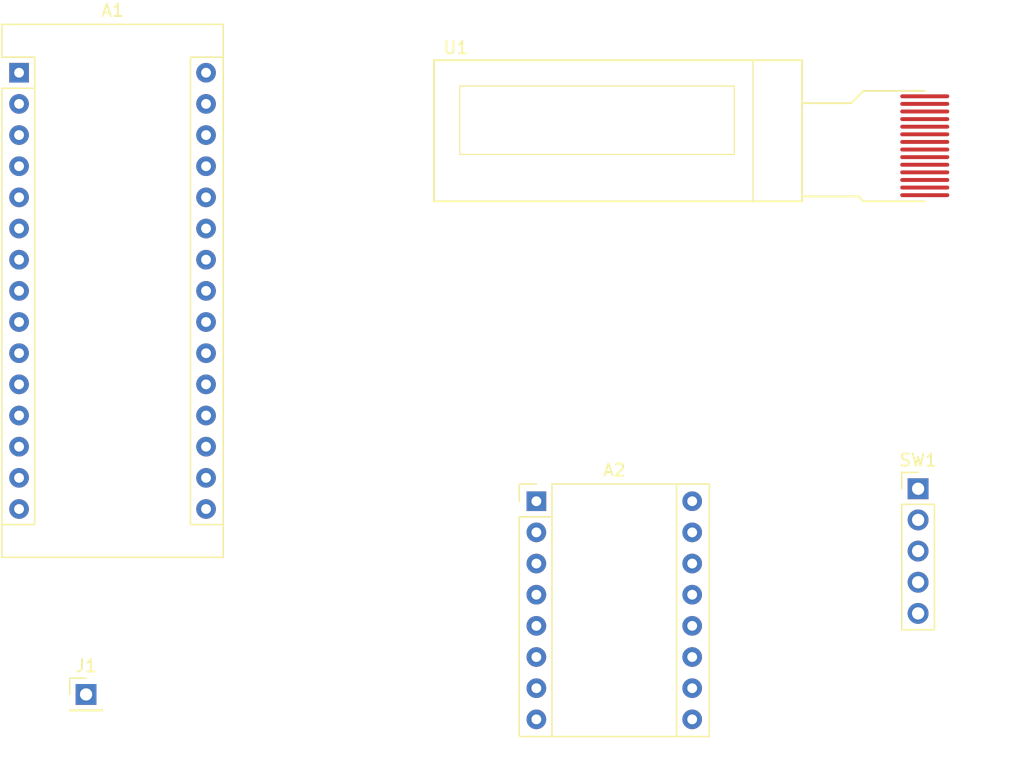
<source format=kicad_pcb>
(kicad_pcb (version 20171130) (host pcbnew 5.0.0-fee4fd1~66~ubuntu18.04.1)

  (general
    (thickness 1.6)
    (drawings 0)
    (tracks 0)
    (zones 0)
    (modules 5)
    (nets 62)
  )

  (page A4)
  (layers
    (0 F.Cu signal)
    (31 B.Cu signal)
    (32 B.Adhes user)
    (33 F.Adhes user)
    (34 B.Paste user)
    (35 F.Paste user)
    (36 B.SilkS user)
    (37 F.SilkS user)
    (38 B.Mask user)
    (39 F.Mask user)
    (40 Dwgs.User user)
    (41 Cmts.User user)
    (42 Eco1.User user)
    (43 Eco2.User user)
    (44 Edge.Cuts user)
    (45 Margin user)
    (46 B.CrtYd user)
    (47 F.CrtYd user)
    (48 B.Fab user)
    (49 F.Fab user)
  )

  (setup
    (last_trace_width 0.25)
    (trace_clearance 0.2)
    (zone_clearance 0.508)
    (zone_45_only no)
    (trace_min 0.2)
    (segment_width 0.2)
    (edge_width 0.15)
    (via_size 0.8)
    (via_drill 0.4)
    (via_min_size 0.4)
    (via_min_drill 0.3)
    (uvia_size 0.3)
    (uvia_drill 0.1)
    (uvias_allowed no)
    (uvia_min_size 0.2)
    (uvia_min_drill 0.1)
    (pcb_text_width 0.3)
    (pcb_text_size 1.5 1.5)
    (mod_edge_width 0.15)
    (mod_text_size 1 1)
    (mod_text_width 0.15)
    (pad_size 1.524 1.524)
    (pad_drill 0.762)
    (pad_to_mask_clearance 0.2)
    (aux_axis_origin 0 0)
    (visible_elements FFFFFF7F)
    (pcbplotparams
      (layerselection 0x010fc_ffffffff)
      (usegerberextensions false)
      (usegerberattributes false)
      (usegerberadvancedattributes false)
      (creategerberjobfile false)
      (excludeedgelayer true)
      (linewidth 0.100000)
      (plotframeref false)
      (viasonmask false)
      (mode 1)
      (useauxorigin false)
      (hpglpennumber 1)
      (hpglpenspeed 20)
      (hpglpendiameter 15.000000)
      (psnegative false)
      (psa4output false)
      (plotreference true)
      (plotvalue true)
      (plotinvisibletext false)
      (padsonsilk false)
      (subtractmaskfromsilk false)
      (outputformat 1)
      (mirror false)
      (drillshape 1)
      (scaleselection 1)
      (outputdirectory ""))
  )

  (net 0 "")
  (net 1 "Net-(U1-Pad1)")
  (net 2 "Net-(U1-Pad2)")
  (net 3 "Net-(U1-Pad3)")
  (net 4 "Net-(U1-Pad4)")
  (net 5 "Net-(U1-Pad5)")
  (net 6 "Net-(U1-Pad6)")
  (net 7 "Net-(U1-Pad7)")
  (net 8 "Net-(U1-Pad8)")
  (net 9 "Net-(U1-Pad9)")
  (net 10 "Net-(U1-Pad10)")
  (net 11 "Net-(U1-Pad11)")
  (net 12 "Net-(U1-Pad12)")
  (net 13 "Net-(U1-Pad13)")
  (net 14 "Net-(U1-Pad14)")
  (net 15 "Net-(A2-Pad1)")
  (net 16 "Net-(A2-Pad9)")
  (net 17 "Net-(A2-Pad2)")
  (net 18 "Net-(A2-Pad10)")
  (net 19 "Net-(A2-Pad3)")
  (net 20 "Net-(A2-Pad11)")
  (net 21 "Net-(A2-Pad4)")
  (net 22 "Net-(A2-Pad12)")
  (net 23 "Net-(A2-Pad5)")
  (net 24 "Net-(A2-Pad13)")
  (net 25 "Net-(A2-Pad6)")
  (net 26 "Net-(A2-Pad14)")
  (net 27 "Net-(A2-Pad7)")
  (net 28 "Net-(A2-Pad15)")
  (net 29 "Net-(A2-Pad8)")
  (net 30 "Net-(A2-Pad16)")
  (net 31 "Net-(A1-Pad1)")
  (net 32 "Net-(A1-Pad17)")
  (net 33 "Net-(A1-Pad2)")
  (net 34 "Net-(A1-Pad18)")
  (net 35 "Net-(A1-Pad3)")
  (net 36 "Net-(A1-Pad19)")
  (net 37 "Net-(A1-Pad4)")
  (net 38 "Net-(A1-Pad20)")
  (net 39 "Net-(A1-Pad5)")
  (net 40 "Net-(A1-Pad21)")
  (net 41 "Net-(A1-Pad6)")
  (net 42 "Net-(A1-Pad22)")
  (net 43 "Net-(A1-Pad7)")
  (net 44 "Net-(A1-Pad23)")
  (net 45 "Net-(A1-Pad8)")
  (net 46 "Net-(A1-Pad24)")
  (net 47 "Net-(A1-Pad9)")
  (net 48 "Net-(A1-Pad25)")
  (net 49 "Net-(A1-Pad10)")
  (net 50 "Net-(A1-Pad26)")
  (net 51 "Net-(A1-Pad11)")
  (net 52 "Net-(A1-Pad27)")
  (net 53 "Net-(A1-Pad12)")
  (net 54 "Net-(A1-Pad28)")
  (net 55 "Net-(A1-Pad13)")
  (net 56 "Net-(A1-Pad29)")
  (net 57 "Net-(A1-Pad14)")
  (net 58 "Net-(A1-Pad30)")
  (net 59 "Net-(A1-Pad15)")
  (net 60 "Net-(A1-Pad16)")
  (net 61 "Net-(J1-Pad1)")

  (net_class Default "This is the default net class."
    (clearance 0.2)
    (trace_width 0.25)
    (via_dia 0.8)
    (via_drill 0.4)
    (uvia_dia 0.3)
    (uvia_drill 0.1)
    (add_net "Net-(A1-Pad1)")
    (add_net "Net-(A1-Pad10)")
    (add_net "Net-(A1-Pad11)")
    (add_net "Net-(A1-Pad12)")
    (add_net "Net-(A1-Pad13)")
    (add_net "Net-(A1-Pad14)")
    (add_net "Net-(A1-Pad15)")
    (add_net "Net-(A1-Pad16)")
    (add_net "Net-(A1-Pad17)")
    (add_net "Net-(A1-Pad18)")
    (add_net "Net-(A1-Pad19)")
    (add_net "Net-(A1-Pad2)")
    (add_net "Net-(A1-Pad20)")
    (add_net "Net-(A1-Pad21)")
    (add_net "Net-(A1-Pad22)")
    (add_net "Net-(A1-Pad23)")
    (add_net "Net-(A1-Pad24)")
    (add_net "Net-(A1-Pad25)")
    (add_net "Net-(A1-Pad26)")
    (add_net "Net-(A1-Pad27)")
    (add_net "Net-(A1-Pad28)")
    (add_net "Net-(A1-Pad29)")
    (add_net "Net-(A1-Pad3)")
    (add_net "Net-(A1-Pad30)")
    (add_net "Net-(A1-Pad4)")
    (add_net "Net-(A1-Pad5)")
    (add_net "Net-(A1-Pad6)")
    (add_net "Net-(A1-Pad7)")
    (add_net "Net-(A1-Pad8)")
    (add_net "Net-(A1-Pad9)")
    (add_net "Net-(A2-Pad1)")
    (add_net "Net-(A2-Pad10)")
    (add_net "Net-(A2-Pad11)")
    (add_net "Net-(A2-Pad12)")
    (add_net "Net-(A2-Pad13)")
    (add_net "Net-(A2-Pad14)")
    (add_net "Net-(A2-Pad15)")
    (add_net "Net-(A2-Pad16)")
    (add_net "Net-(A2-Pad2)")
    (add_net "Net-(A2-Pad3)")
    (add_net "Net-(A2-Pad4)")
    (add_net "Net-(A2-Pad5)")
    (add_net "Net-(A2-Pad6)")
    (add_net "Net-(A2-Pad7)")
    (add_net "Net-(A2-Pad8)")
    (add_net "Net-(A2-Pad9)")
    (add_net "Net-(J1-Pad1)")
    (add_net "Net-(U1-Pad1)")
    (add_net "Net-(U1-Pad10)")
    (add_net "Net-(U1-Pad11)")
    (add_net "Net-(U1-Pad12)")
    (add_net "Net-(U1-Pad13)")
    (add_net "Net-(U1-Pad14)")
    (add_net "Net-(U1-Pad2)")
    (add_net "Net-(U1-Pad3)")
    (add_net "Net-(U1-Pad4)")
    (add_net "Net-(U1-Pad5)")
    (add_net "Net-(U1-Pad6)")
    (add_net "Net-(U1-Pad7)")
    (add_net "Net-(U1-Pad8)")
    (add_net "Net-(U1-Pad9)")
  )

  (module Connector_PinHeader_2.54mm:PinHeader_1x01_P2.54mm_Vertical (layer F.Cu) (tedit 59FED5CC) (tstamp 5BCAD357)
    (at 139.7 100.457)
    (descr "Through hole straight pin header, 1x01, 2.54mm pitch, single row")
    (tags "Through hole pin header THT 1x01 2.54mm single row")
    (path /5BB559FA)
    (fp_text reference J1 (at 0 -2.33) (layer F.SilkS)
      (effects (font (size 1 1) (thickness 0.15)))
    )
    (fp_text value Conn_01x02 (at 0 2.33) (layer F.Fab)
      (effects (font (size 1 1) (thickness 0.15)))
    )
    (fp_line (start -0.635 -1.27) (end 1.27 -1.27) (layer F.Fab) (width 0.1))
    (fp_line (start 1.27 -1.27) (end 1.27 1.27) (layer F.Fab) (width 0.1))
    (fp_line (start 1.27 1.27) (end -1.27 1.27) (layer F.Fab) (width 0.1))
    (fp_line (start -1.27 1.27) (end -1.27 -0.635) (layer F.Fab) (width 0.1))
    (fp_line (start -1.27 -0.635) (end -0.635 -1.27) (layer F.Fab) (width 0.1))
    (fp_line (start -1.33 1.33) (end 1.33 1.33) (layer F.SilkS) (width 0.12))
    (fp_line (start -1.33 1.27) (end -1.33 1.33) (layer F.SilkS) (width 0.12))
    (fp_line (start 1.33 1.27) (end 1.33 1.33) (layer F.SilkS) (width 0.12))
    (fp_line (start -1.33 1.27) (end 1.33 1.27) (layer F.SilkS) (width 0.12))
    (fp_line (start -1.33 0) (end -1.33 -1.33) (layer F.SilkS) (width 0.12))
    (fp_line (start -1.33 -1.33) (end 0 -1.33) (layer F.SilkS) (width 0.12))
    (fp_line (start -1.8 -1.8) (end -1.8 1.8) (layer F.CrtYd) (width 0.05))
    (fp_line (start -1.8 1.8) (end 1.8 1.8) (layer F.CrtYd) (width 0.05))
    (fp_line (start 1.8 1.8) (end 1.8 -1.8) (layer F.CrtYd) (width 0.05))
    (fp_line (start 1.8 -1.8) (end -1.8 -1.8) (layer F.CrtYd) (width 0.05))
    (fp_text user %R (at 0 0 90) (layer F.Fab)
      (effects (font (size 1 1) (thickness 0.15)))
    )
    (pad 1 thru_hole rect (at 0 0) (size 1.7 1.7) (drill 1) (layers *.Cu *.Mask)
      (net 61 "Net-(J1-Pad1)"))
    (model ${KISYS3DMOD}/Connector_PinHeader_2.54mm.3dshapes/PinHeader_1x01_P2.54mm_Vertical.wrl
      (at (xyz 0 0 0))
      (scale (xyz 1 1 1))
      (rotate (xyz 0 0 0))
    )
  )

  (module Connector_PinHeader_2.54mm:PinHeader_1x05_P2.54mm_Vertical (layer F.Cu) (tedit 59FED5CC) (tstamp 5BCAD342)
    (at 207.518 83.693)
    (descr "Through hole straight pin header, 1x05, 2.54mm pitch, single row")
    (tags "Through hole pin header THT 1x05 2.54mm single row")
    (path /5BB5634C)
    (fp_text reference SW1 (at 0 -2.33) (layer F.SilkS)
      (effects (font (size 1 1) (thickness 0.15)))
    )
    (fp_text value Rotary_Encoder_Switch (at 0 12.49) (layer F.Fab)
      (effects (font (size 1 1) (thickness 0.15)))
    )
    (fp_line (start -0.635 -1.27) (end 1.27 -1.27) (layer F.Fab) (width 0.1))
    (fp_line (start 1.27 -1.27) (end 1.27 11.43) (layer F.Fab) (width 0.1))
    (fp_line (start 1.27 11.43) (end -1.27 11.43) (layer F.Fab) (width 0.1))
    (fp_line (start -1.27 11.43) (end -1.27 -0.635) (layer F.Fab) (width 0.1))
    (fp_line (start -1.27 -0.635) (end -0.635 -1.27) (layer F.Fab) (width 0.1))
    (fp_line (start -1.33 11.49) (end 1.33 11.49) (layer F.SilkS) (width 0.12))
    (fp_line (start -1.33 1.27) (end -1.33 11.49) (layer F.SilkS) (width 0.12))
    (fp_line (start 1.33 1.27) (end 1.33 11.49) (layer F.SilkS) (width 0.12))
    (fp_line (start -1.33 1.27) (end 1.33 1.27) (layer F.SilkS) (width 0.12))
    (fp_line (start -1.33 0) (end -1.33 -1.33) (layer F.SilkS) (width 0.12))
    (fp_line (start -1.33 -1.33) (end 0 -1.33) (layer F.SilkS) (width 0.12))
    (fp_line (start -1.8 -1.8) (end -1.8 11.95) (layer F.CrtYd) (width 0.05))
    (fp_line (start -1.8 11.95) (end 1.8 11.95) (layer F.CrtYd) (width 0.05))
    (fp_line (start 1.8 11.95) (end 1.8 -1.8) (layer F.CrtYd) (width 0.05))
    (fp_line (start 1.8 -1.8) (end -1.8 -1.8) (layer F.CrtYd) (width 0.05))
    (fp_text user %R (at 0 5.08 90) (layer F.Fab)
      (effects (font (size 1 1) (thickness 0.15)))
    )
    (pad 1 thru_hole rect (at 0 0) (size 1.7 1.7) (drill 1) (layers *.Cu *.Mask))
    (pad 2 thru_hole oval (at 0 2.54) (size 1.7 1.7) (drill 1) (layers *.Cu *.Mask))
    (pad 3 thru_hole oval (at 0 5.08) (size 1.7 1.7) (drill 1) (layers *.Cu *.Mask))
    (pad 4 thru_hole oval (at 0 7.62) (size 1.7 1.7) (drill 1) (layers *.Cu *.Mask))
    (pad 5 thru_hole oval (at 0 10.16) (size 1.7 1.7) (drill 1) (layers *.Cu *.Mask))
    (model ${KISYS3DMOD}/Connector_PinHeader_2.54mm.3dshapes/PinHeader_1x05_P2.54mm_Vertical.wrl
      (at (xyz 0 0 0))
      (scale (xyz 1 1 1))
      (rotate (xyz 0 0 0))
    )
  )

  (module Module:Arduino_Nano (layer F.Cu) (tedit 58ACAF70) (tstamp 5BCAD5EC)
    (at 134.239 49.784)
    (descr "Arduino Nano, http://www.mouser.com/pdfdocs/Gravitech_Arduino_Nano3_0.pdf")
    (tags "Arduino Nano")
    (path /5BB562C8)
    (fp_text reference A1 (at 7.62 -5.08) (layer F.SilkS)
      (effects (font (size 1 1) (thickness 0.15)))
    )
    (fp_text value Arduino_Nano_v3.x (at 8.89 19.05 90) (layer F.Fab)
      (effects (font (size 1 1) (thickness 0.15)))
    )
    (fp_text user %R (at 6.35 19.05 90) (layer F.Fab)
      (effects (font (size 1 1) (thickness 0.15)))
    )
    (fp_line (start 1.27 1.27) (end 1.27 -1.27) (layer F.SilkS) (width 0.12))
    (fp_line (start 1.27 -1.27) (end -1.4 -1.27) (layer F.SilkS) (width 0.12))
    (fp_line (start -1.4 1.27) (end -1.4 39.5) (layer F.SilkS) (width 0.12))
    (fp_line (start -1.4 -3.94) (end -1.4 -1.27) (layer F.SilkS) (width 0.12))
    (fp_line (start 13.97 -1.27) (end 16.64 -1.27) (layer F.SilkS) (width 0.12))
    (fp_line (start 13.97 -1.27) (end 13.97 36.83) (layer F.SilkS) (width 0.12))
    (fp_line (start 13.97 36.83) (end 16.64 36.83) (layer F.SilkS) (width 0.12))
    (fp_line (start 1.27 1.27) (end -1.4 1.27) (layer F.SilkS) (width 0.12))
    (fp_line (start 1.27 1.27) (end 1.27 36.83) (layer F.SilkS) (width 0.12))
    (fp_line (start 1.27 36.83) (end -1.4 36.83) (layer F.SilkS) (width 0.12))
    (fp_line (start 3.81 31.75) (end 11.43 31.75) (layer F.Fab) (width 0.1))
    (fp_line (start 11.43 31.75) (end 11.43 41.91) (layer F.Fab) (width 0.1))
    (fp_line (start 11.43 41.91) (end 3.81 41.91) (layer F.Fab) (width 0.1))
    (fp_line (start 3.81 41.91) (end 3.81 31.75) (layer F.Fab) (width 0.1))
    (fp_line (start -1.4 39.5) (end 16.64 39.5) (layer F.SilkS) (width 0.12))
    (fp_line (start 16.64 39.5) (end 16.64 -3.94) (layer F.SilkS) (width 0.12))
    (fp_line (start 16.64 -3.94) (end -1.4 -3.94) (layer F.SilkS) (width 0.12))
    (fp_line (start 16.51 39.37) (end -1.27 39.37) (layer F.Fab) (width 0.1))
    (fp_line (start -1.27 39.37) (end -1.27 -2.54) (layer F.Fab) (width 0.1))
    (fp_line (start -1.27 -2.54) (end 0 -3.81) (layer F.Fab) (width 0.1))
    (fp_line (start 0 -3.81) (end 16.51 -3.81) (layer F.Fab) (width 0.1))
    (fp_line (start 16.51 -3.81) (end 16.51 39.37) (layer F.Fab) (width 0.1))
    (fp_line (start -1.53 -4.06) (end 16.75 -4.06) (layer F.CrtYd) (width 0.05))
    (fp_line (start -1.53 -4.06) (end -1.53 42.16) (layer F.CrtYd) (width 0.05))
    (fp_line (start 16.75 42.16) (end 16.75 -4.06) (layer F.CrtYd) (width 0.05))
    (fp_line (start 16.75 42.16) (end -1.53 42.16) (layer F.CrtYd) (width 0.05))
    (pad 1 thru_hole rect (at 0 0) (size 1.6 1.6) (drill 0.8) (layers *.Cu *.Mask)
      (net 31 "Net-(A1-Pad1)"))
    (pad 17 thru_hole oval (at 15.24 33.02) (size 1.6 1.6) (drill 0.8) (layers *.Cu *.Mask)
      (net 32 "Net-(A1-Pad17)"))
    (pad 2 thru_hole oval (at 0 2.54) (size 1.6 1.6) (drill 0.8) (layers *.Cu *.Mask)
      (net 33 "Net-(A1-Pad2)"))
    (pad 18 thru_hole oval (at 15.24 30.48) (size 1.6 1.6) (drill 0.8) (layers *.Cu *.Mask)
      (net 34 "Net-(A1-Pad18)"))
    (pad 3 thru_hole oval (at 0 5.08) (size 1.6 1.6) (drill 0.8) (layers *.Cu *.Mask)
      (net 35 "Net-(A1-Pad3)"))
    (pad 19 thru_hole oval (at 15.24 27.94) (size 1.6 1.6) (drill 0.8) (layers *.Cu *.Mask)
      (net 36 "Net-(A1-Pad19)"))
    (pad 4 thru_hole oval (at 0 7.62) (size 1.6 1.6) (drill 0.8) (layers *.Cu *.Mask)
      (net 37 "Net-(A1-Pad4)"))
    (pad 20 thru_hole oval (at 15.24 25.4) (size 1.6 1.6) (drill 0.8) (layers *.Cu *.Mask)
      (net 38 "Net-(A1-Pad20)"))
    (pad 5 thru_hole oval (at 0 10.16) (size 1.6 1.6) (drill 0.8) (layers *.Cu *.Mask)
      (net 39 "Net-(A1-Pad5)"))
    (pad 21 thru_hole oval (at 15.24 22.86) (size 1.6 1.6) (drill 0.8) (layers *.Cu *.Mask)
      (net 40 "Net-(A1-Pad21)"))
    (pad 6 thru_hole oval (at 0 12.7) (size 1.6 1.6) (drill 0.8) (layers *.Cu *.Mask)
      (net 41 "Net-(A1-Pad6)"))
    (pad 22 thru_hole oval (at 15.24 20.32) (size 1.6 1.6) (drill 0.8) (layers *.Cu *.Mask)
      (net 42 "Net-(A1-Pad22)"))
    (pad 7 thru_hole oval (at 0 15.24) (size 1.6 1.6) (drill 0.8) (layers *.Cu *.Mask)
      (net 43 "Net-(A1-Pad7)"))
    (pad 23 thru_hole oval (at 15.24 17.78) (size 1.6 1.6) (drill 0.8) (layers *.Cu *.Mask)
      (net 44 "Net-(A1-Pad23)"))
    (pad 8 thru_hole oval (at 0 17.78) (size 1.6 1.6) (drill 0.8) (layers *.Cu *.Mask)
      (net 45 "Net-(A1-Pad8)"))
    (pad 24 thru_hole oval (at 15.24 15.24) (size 1.6 1.6) (drill 0.8) (layers *.Cu *.Mask)
      (net 46 "Net-(A1-Pad24)"))
    (pad 9 thru_hole oval (at 0 20.32) (size 1.6 1.6) (drill 0.8) (layers *.Cu *.Mask)
      (net 47 "Net-(A1-Pad9)"))
    (pad 25 thru_hole oval (at 15.24 12.7) (size 1.6 1.6) (drill 0.8) (layers *.Cu *.Mask)
      (net 48 "Net-(A1-Pad25)"))
    (pad 10 thru_hole oval (at 0 22.86) (size 1.6 1.6) (drill 0.8) (layers *.Cu *.Mask)
      (net 49 "Net-(A1-Pad10)"))
    (pad 26 thru_hole oval (at 15.24 10.16) (size 1.6 1.6) (drill 0.8) (layers *.Cu *.Mask)
      (net 50 "Net-(A1-Pad26)"))
    (pad 11 thru_hole oval (at 0 25.4) (size 1.6 1.6) (drill 0.8) (layers *.Cu *.Mask)
      (net 51 "Net-(A1-Pad11)"))
    (pad 27 thru_hole oval (at 15.24 7.62) (size 1.6 1.6) (drill 0.8) (layers *.Cu *.Mask)
      (net 52 "Net-(A1-Pad27)"))
    (pad 12 thru_hole oval (at 0 27.94) (size 1.6 1.6) (drill 0.8) (layers *.Cu *.Mask)
      (net 53 "Net-(A1-Pad12)"))
    (pad 28 thru_hole oval (at 15.24 5.08) (size 1.6 1.6) (drill 0.8) (layers *.Cu *.Mask)
      (net 54 "Net-(A1-Pad28)"))
    (pad 13 thru_hole oval (at 0 30.48) (size 1.6 1.6) (drill 0.8) (layers *.Cu *.Mask)
      (net 55 "Net-(A1-Pad13)"))
    (pad 29 thru_hole oval (at 15.24 2.54) (size 1.6 1.6) (drill 0.8) (layers *.Cu *.Mask)
      (net 56 "Net-(A1-Pad29)"))
    (pad 14 thru_hole oval (at 0 33.02) (size 1.6 1.6) (drill 0.8) (layers *.Cu *.Mask)
      (net 57 "Net-(A1-Pad14)"))
    (pad 30 thru_hole oval (at 15.24 0) (size 1.6 1.6) (drill 0.8) (layers *.Cu *.Mask)
      (net 58 "Net-(A1-Pad30)"))
    (pad 15 thru_hole oval (at 0 35.56) (size 1.6 1.6) (drill 0.8) (layers *.Cu *.Mask)
      (net 59 "Net-(A1-Pad15)"))
    (pad 16 thru_hole oval (at 15.24 35.56) (size 1.6 1.6) (drill 0.8) (layers *.Cu *.Mask)
      (net 60 "Net-(A1-Pad16)"))
    (model ${KISYS3DMOD}/Module.3dshapes/Arduino_Nano_WithMountingHoles.wrl
      (at (xyz 0 0 0))
      (scale (xyz 1 1 1))
      (rotate (xyz 0 0 0))
    )
  )

  (module Module:Pololu_Breakout-16_15.2x20.3mm (layer F.Cu) (tedit 58AB602C) (tstamp 5BCAD2EC)
    (at 176.403 84.709)
    (descr "Pololu Breakout 16-pin 15.2x20.3mm 0.6x0.8\\")
    (tags "Pololu Breakout")
    (path /5BB556AF)
    (fp_text reference A2 (at 6.35 -2.54) (layer F.SilkS)
      (effects (font (size 1 1) (thickness 0.15)))
    )
    (fp_text value Pololu_Breakout_DRV8825 (at 6.35 20.17) (layer F.Fab)
      (effects (font (size 1 1) (thickness 0.15)))
    )
    (fp_text user %R (at 6.35 0) (layer F.Fab)
      (effects (font (size 1 1) (thickness 0.15)))
    )
    (fp_line (start 11.43 -1.4) (end 11.43 19.18) (layer F.SilkS) (width 0.12))
    (fp_line (start 1.27 1.27) (end 1.27 19.18) (layer F.SilkS) (width 0.12))
    (fp_line (start 0 -1.4) (end -1.4 -1.4) (layer F.SilkS) (width 0.12))
    (fp_line (start -1.4 -1.4) (end -1.4 0) (layer F.SilkS) (width 0.12))
    (fp_line (start 1.27 -1.4) (end 1.27 1.27) (layer F.SilkS) (width 0.12))
    (fp_line (start 1.27 1.27) (end -1.4 1.27) (layer F.SilkS) (width 0.12))
    (fp_line (start -1.4 1.27) (end -1.4 19.18) (layer F.SilkS) (width 0.12))
    (fp_line (start -1.4 19.18) (end 14.1 19.18) (layer F.SilkS) (width 0.12))
    (fp_line (start 14.1 19.18) (end 14.1 -1.4) (layer F.SilkS) (width 0.12))
    (fp_line (start 14.1 -1.4) (end 1.27 -1.4) (layer F.SilkS) (width 0.12))
    (fp_line (start -1.27 0) (end 0 -1.27) (layer F.Fab) (width 0.1))
    (fp_line (start 0 -1.27) (end 13.97 -1.27) (layer F.Fab) (width 0.1))
    (fp_line (start 13.97 -1.27) (end 13.97 19.05) (layer F.Fab) (width 0.1))
    (fp_line (start 13.97 19.05) (end -1.27 19.05) (layer F.Fab) (width 0.1))
    (fp_line (start -1.27 19.05) (end -1.27 0) (layer F.Fab) (width 0.1))
    (fp_line (start -1.53 -1.52) (end 14.21 -1.52) (layer F.CrtYd) (width 0.05))
    (fp_line (start -1.53 -1.52) (end -1.53 19.3) (layer F.CrtYd) (width 0.05))
    (fp_line (start 14.21 19.3) (end 14.21 -1.52) (layer F.CrtYd) (width 0.05))
    (fp_line (start 14.21 19.3) (end -1.53 19.3) (layer F.CrtYd) (width 0.05))
    (pad 1 thru_hole rect (at 0 0) (size 1.6 1.6) (drill 0.8) (layers *.Cu *.Mask)
      (net 15 "Net-(A2-Pad1)"))
    (pad 9 thru_hole oval (at 12.7 17.78) (size 1.6 1.6) (drill 0.8) (layers *.Cu *.Mask)
      (net 16 "Net-(A2-Pad9)"))
    (pad 2 thru_hole oval (at 0 2.54) (size 1.6 1.6) (drill 0.8) (layers *.Cu *.Mask)
      (net 17 "Net-(A2-Pad2)"))
    (pad 10 thru_hole oval (at 12.7 15.24) (size 1.6 1.6) (drill 0.8) (layers *.Cu *.Mask)
      (net 18 "Net-(A2-Pad10)"))
    (pad 3 thru_hole oval (at 0 5.08) (size 1.6 1.6) (drill 0.8) (layers *.Cu *.Mask)
      (net 19 "Net-(A2-Pad3)"))
    (pad 11 thru_hole oval (at 12.7 12.7) (size 1.6 1.6) (drill 0.8) (layers *.Cu *.Mask)
      (net 20 "Net-(A2-Pad11)"))
    (pad 4 thru_hole oval (at 0 7.62) (size 1.6 1.6) (drill 0.8) (layers *.Cu *.Mask)
      (net 21 "Net-(A2-Pad4)"))
    (pad 12 thru_hole oval (at 12.7 10.16) (size 1.6 1.6) (drill 0.8) (layers *.Cu *.Mask)
      (net 22 "Net-(A2-Pad12)"))
    (pad 5 thru_hole oval (at 0 10.16) (size 1.6 1.6) (drill 0.8) (layers *.Cu *.Mask)
      (net 23 "Net-(A2-Pad5)"))
    (pad 13 thru_hole oval (at 12.7 7.62) (size 1.6 1.6) (drill 0.8) (layers *.Cu *.Mask)
      (net 24 "Net-(A2-Pad13)"))
    (pad 6 thru_hole oval (at 0 12.7) (size 1.6 1.6) (drill 0.8) (layers *.Cu *.Mask)
      (net 25 "Net-(A2-Pad6)"))
    (pad 14 thru_hole oval (at 12.7 5.08) (size 1.6 1.6) (drill 0.8) (layers *.Cu *.Mask)
      (net 26 "Net-(A2-Pad14)"))
    (pad 7 thru_hole oval (at 0 15.24) (size 1.6 1.6) (drill 0.8) (layers *.Cu *.Mask)
      (net 27 "Net-(A2-Pad7)"))
    (pad 15 thru_hole oval (at 12.7 2.54) (size 1.6 1.6) (drill 0.8) (layers *.Cu *.Mask)
      (net 28 "Net-(A2-Pad15)"))
    (pad 8 thru_hole oval (at 0 17.78) (size 1.6 1.6) (drill 0.8) (layers *.Cu *.Mask)
      (net 29 "Net-(A2-Pad8)"))
    (pad 16 thru_hole oval (at 12.7 0) (size 1.6 1.6) (drill 0.8) (layers *.Cu *.Mask)
      (net 30 "Net-(A2-Pad16)"))
    (model ${KISYS3DMOD}/Module.3dshapes/Pololu_Breakout-16_15.2x20.3mm.wrl
      (at (xyz 0 0 0))
      (scale (xyz 1 1 1))
      (rotate (xyz 0 0 0))
    )
  )

  (module SSD1306_OLED:SSD1306_OLED-0.91-128x32 (layer F.Cu) (tedit 58CFEB7B) (tstamp 5BCAD2C4)
    (at 168.059 48.764)
    (path /5BB5555E)
    (fp_text reference U1 (at 1.778 -1.016) (layer F.SilkS)
      (effects (font (size 1 1) (thickness 0.15)))
    )
    (fp_text value SSD1306 (at 4.064 6.858) (layer F.Fab)
      (effects (font (size 1 1) (thickness 0.15)))
    )
    (fp_line (start 26 0) (end 26 11.5) (layer F.SilkS) (width 0.1))
    (fp_line (start 24.48 2.1) (end 24.48 7.68) (layer F.SilkS) (width 0.1))
    (fp_line (start 2.1 7.68) (end 24.48 7.68) (layer F.SilkS) (width 0.1))
    (fp_line (start 2.1 2.1) (end 2.1 7.68) (layer F.SilkS) (width 0.1))
    (fp_line (start 2.1 2.1) (end 24.48 2.1) (layer F.SilkS) (width 0.1))
    (fp_line (start 34 3.5) (end 30 3.5) (layer F.SilkS) (width 0.15))
    (fp_line (start 34.6 11.1) (end 30 11.1) (layer F.SilkS) (width 0.15))
    (fp_line (start 35 11.5) (end 34.6 11.1) (layer F.SilkS) (width 0.15))
    (fp_line (start 40 11.5) (end 35 11.5) (layer F.SilkS) (width 0.15))
    (fp_line (start 0 11.5) (end 30 11.5) (layer F.SilkS) (width 0.15))
    (fp_line (start 0 0) (end 30 0) (layer F.SilkS) (width 0.15))
    (fp_line (start 30 0) (end 30 11.5) (layer F.SilkS) (width 0.15))
    (fp_line (start 35 2.5) (end 34 3.5) (layer F.SilkS) (width 0.15))
    (fp_line (start 40 2.5) (end 35 2.5) (layer F.SilkS) (width 0.15))
    (fp_line (start 0 11.5) (end 0 0) (layer F.SilkS) (width 0.15))
    (pad 1 smd oval (at 40 11) (size 4 0.32) (layers F.Cu F.Paste F.Mask)
      (net 1 "Net-(U1-Pad1)"))
    (pad 2 smd oval (at 40 10.38) (size 4 0.32) (layers F.Cu F.Paste F.Mask)
      (net 2 "Net-(U1-Pad2)"))
    (pad 3 smd oval (at 40 9.76) (size 4 0.32) (layers F.Cu F.Paste F.Mask)
      (net 3 "Net-(U1-Pad3)"))
    (pad 4 smd oval (at 40 9.14) (size 4 0.32) (layers F.Cu F.Paste F.Mask)
      (net 4 "Net-(U1-Pad4)"))
    (pad 5 smd oval (at 40 8.52) (size 4 0.32) (layers F.Cu F.Paste F.Mask)
      (net 5 "Net-(U1-Pad5)"))
    (pad 6 smd oval (at 40 7.9) (size 4 0.32) (layers F.Cu F.Paste F.Mask)
      (net 6 "Net-(U1-Pad6)"))
    (pad 7 smd oval (at 40 7.28) (size 4 0.32) (layers F.Cu F.Paste F.Mask)
      (net 7 "Net-(U1-Pad7)"))
    (pad 8 smd oval (at 40 6.66) (size 4 0.32) (layers F.Cu F.Paste F.Mask)
      (net 8 "Net-(U1-Pad8)"))
    (pad 9 smd oval (at 40 6.04) (size 4 0.32) (layers F.Cu F.Paste F.Mask)
      (net 9 "Net-(U1-Pad9)"))
    (pad 10 smd oval (at 40 5.42) (size 4 0.32) (layers F.Cu F.Paste F.Mask)
      (net 10 "Net-(U1-Pad10)"))
    (pad 11 smd oval (at 40 4.8) (size 4 0.32) (layers F.Cu F.Paste F.Mask)
      (net 11 "Net-(U1-Pad11)"))
    (pad 12 smd oval (at 40 4.18) (size 4 0.32) (layers F.Cu F.Paste F.Mask)
      (net 12 "Net-(U1-Pad12)"))
    (pad 13 smd oval (at 40 3.56) (size 4 0.32) (layers F.Cu F.Paste F.Mask)
      (net 13 "Net-(U1-Pad13)"))
    (pad 14 smd oval (at 40 2.94) (size 4 0.32) (layers F.Cu F.Paste F.Mask)
      (net 14 "Net-(U1-Pad14)"))
  )

)

</source>
